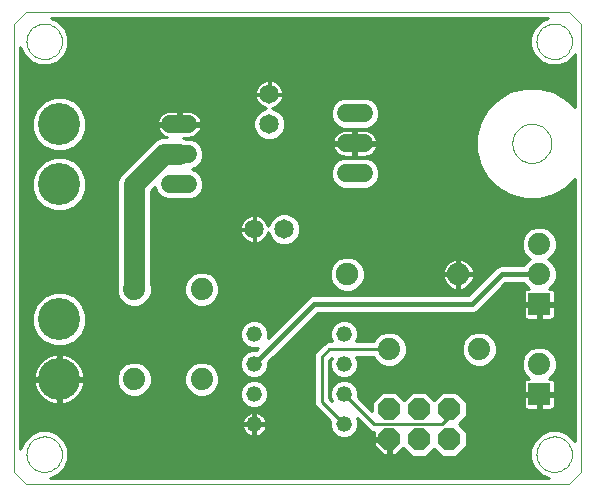
<source format=gbl>
G75*
G70*
%OFA0B0*%
%FSLAX24Y24*%
%IPPOS*%
%LPD*%
%AMOC8*
5,1,8,0,0,1.08239X$1,22.5*
%
%ADD10C,0.0000*%
%ADD11C,0.0600*%
%ADD12C,0.0520*%
%ADD13C,0.1400*%
%ADD14R,0.0740X0.0740*%
%ADD15C,0.0740*%
%ADD16C,0.0650*%
%ADD17C,0.0750*%
%ADD18OC8,0.0740*%
%ADD19C,0.0100*%
%ADD20C,0.0160*%
%ADD21C,0.0700*%
D10*
X000150Y000544D02*
X000544Y000150D01*
X018654Y000150D01*
X019048Y000544D01*
X019048Y015504D01*
X018654Y015898D01*
X000544Y015898D01*
X000150Y015504D01*
X000150Y000544D01*
X000559Y001150D02*
X000561Y001198D01*
X000567Y001246D01*
X000577Y001293D01*
X000590Y001339D01*
X000608Y001384D01*
X000628Y001428D01*
X000653Y001470D01*
X000681Y001509D01*
X000711Y001546D01*
X000745Y001580D01*
X000782Y001612D01*
X000820Y001641D01*
X000861Y001666D01*
X000904Y001688D01*
X000949Y001706D01*
X000995Y001720D01*
X001042Y001731D01*
X001090Y001738D01*
X001138Y001741D01*
X001186Y001740D01*
X001234Y001735D01*
X001282Y001726D01*
X001328Y001714D01*
X001373Y001697D01*
X001417Y001677D01*
X001459Y001654D01*
X001499Y001627D01*
X001537Y001597D01*
X001572Y001564D01*
X001604Y001528D01*
X001634Y001490D01*
X001660Y001449D01*
X001682Y001406D01*
X001702Y001362D01*
X001717Y001317D01*
X001729Y001270D01*
X001737Y001222D01*
X001741Y001174D01*
X001741Y001126D01*
X001737Y001078D01*
X001729Y001030D01*
X001717Y000983D01*
X001702Y000938D01*
X001682Y000894D01*
X001660Y000851D01*
X001634Y000810D01*
X001604Y000772D01*
X001572Y000736D01*
X001537Y000703D01*
X001499Y000673D01*
X001459Y000646D01*
X001417Y000623D01*
X001373Y000603D01*
X001328Y000586D01*
X001282Y000574D01*
X001234Y000565D01*
X001186Y000560D01*
X001138Y000559D01*
X001090Y000562D01*
X001042Y000569D01*
X000995Y000580D01*
X000949Y000594D01*
X000904Y000612D01*
X000861Y000634D01*
X000820Y000659D01*
X000782Y000688D01*
X000745Y000720D01*
X000711Y000754D01*
X000681Y000791D01*
X000653Y000830D01*
X000628Y000872D01*
X000608Y000916D01*
X000590Y000961D01*
X000577Y001007D01*
X000567Y001054D01*
X000561Y001102D01*
X000559Y001150D01*
X000559Y014912D02*
X000561Y014960D01*
X000567Y015008D01*
X000577Y015055D01*
X000590Y015101D01*
X000608Y015146D01*
X000628Y015190D01*
X000653Y015232D01*
X000681Y015271D01*
X000711Y015308D01*
X000745Y015342D01*
X000782Y015374D01*
X000820Y015403D01*
X000861Y015428D01*
X000904Y015450D01*
X000949Y015468D01*
X000995Y015482D01*
X001042Y015493D01*
X001090Y015500D01*
X001138Y015503D01*
X001186Y015502D01*
X001234Y015497D01*
X001282Y015488D01*
X001328Y015476D01*
X001373Y015459D01*
X001417Y015439D01*
X001459Y015416D01*
X001499Y015389D01*
X001537Y015359D01*
X001572Y015326D01*
X001604Y015290D01*
X001634Y015252D01*
X001660Y015211D01*
X001682Y015168D01*
X001702Y015124D01*
X001717Y015079D01*
X001729Y015032D01*
X001737Y014984D01*
X001741Y014936D01*
X001741Y014888D01*
X001737Y014840D01*
X001729Y014792D01*
X001717Y014745D01*
X001702Y014700D01*
X001682Y014656D01*
X001660Y014613D01*
X001634Y014572D01*
X001604Y014534D01*
X001572Y014498D01*
X001537Y014465D01*
X001499Y014435D01*
X001459Y014408D01*
X001417Y014385D01*
X001373Y014365D01*
X001328Y014348D01*
X001282Y014336D01*
X001234Y014327D01*
X001186Y014322D01*
X001138Y014321D01*
X001090Y014324D01*
X001042Y014331D01*
X000995Y014342D01*
X000949Y014356D01*
X000904Y014374D01*
X000861Y014396D01*
X000820Y014421D01*
X000782Y014450D01*
X000745Y014482D01*
X000711Y014516D01*
X000681Y014553D01*
X000653Y014592D01*
X000628Y014634D01*
X000608Y014678D01*
X000590Y014723D01*
X000577Y014769D01*
X000567Y014816D01*
X000561Y014864D01*
X000559Y014912D01*
X016756Y011512D02*
X016758Y011562D01*
X016764Y011612D01*
X016774Y011662D01*
X016787Y011710D01*
X016804Y011758D01*
X016825Y011804D01*
X016849Y011848D01*
X016877Y011890D01*
X016908Y011930D01*
X016942Y011967D01*
X016979Y012002D01*
X017018Y012033D01*
X017059Y012062D01*
X017103Y012087D01*
X017149Y012109D01*
X017196Y012127D01*
X017244Y012141D01*
X017293Y012152D01*
X017343Y012159D01*
X017393Y012162D01*
X017444Y012161D01*
X017494Y012156D01*
X017544Y012147D01*
X017592Y012135D01*
X017640Y012118D01*
X017686Y012098D01*
X017731Y012075D01*
X017774Y012048D01*
X017814Y012018D01*
X017852Y011985D01*
X017887Y011949D01*
X017920Y011910D01*
X017949Y011869D01*
X017975Y011826D01*
X017998Y011781D01*
X018017Y011734D01*
X018032Y011686D01*
X018044Y011637D01*
X018052Y011587D01*
X018056Y011537D01*
X018056Y011487D01*
X018052Y011437D01*
X018044Y011387D01*
X018032Y011338D01*
X018017Y011290D01*
X017998Y011243D01*
X017975Y011198D01*
X017949Y011155D01*
X017920Y011114D01*
X017887Y011075D01*
X017852Y011039D01*
X017814Y011006D01*
X017774Y010976D01*
X017731Y010949D01*
X017686Y010926D01*
X017640Y010906D01*
X017592Y010889D01*
X017544Y010877D01*
X017494Y010868D01*
X017444Y010863D01*
X017393Y010862D01*
X017343Y010865D01*
X017293Y010872D01*
X017244Y010883D01*
X017196Y010897D01*
X017149Y010915D01*
X017103Y010937D01*
X017059Y010962D01*
X017018Y010991D01*
X016979Y011022D01*
X016942Y011057D01*
X016908Y011094D01*
X016877Y011134D01*
X016849Y011176D01*
X016825Y011220D01*
X016804Y011266D01*
X016787Y011314D01*
X016774Y011362D01*
X016764Y011412D01*
X016758Y011462D01*
X016756Y011512D01*
X017559Y014912D02*
X017561Y014960D01*
X017567Y015008D01*
X017577Y015055D01*
X017590Y015101D01*
X017608Y015146D01*
X017628Y015190D01*
X017653Y015232D01*
X017681Y015271D01*
X017711Y015308D01*
X017745Y015342D01*
X017782Y015374D01*
X017820Y015403D01*
X017861Y015428D01*
X017904Y015450D01*
X017949Y015468D01*
X017995Y015482D01*
X018042Y015493D01*
X018090Y015500D01*
X018138Y015503D01*
X018186Y015502D01*
X018234Y015497D01*
X018282Y015488D01*
X018328Y015476D01*
X018373Y015459D01*
X018417Y015439D01*
X018459Y015416D01*
X018499Y015389D01*
X018537Y015359D01*
X018572Y015326D01*
X018604Y015290D01*
X018634Y015252D01*
X018660Y015211D01*
X018682Y015168D01*
X018702Y015124D01*
X018717Y015079D01*
X018729Y015032D01*
X018737Y014984D01*
X018741Y014936D01*
X018741Y014888D01*
X018737Y014840D01*
X018729Y014792D01*
X018717Y014745D01*
X018702Y014700D01*
X018682Y014656D01*
X018660Y014613D01*
X018634Y014572D01*
X018604Y014534D01*
X018572Y014498D01*
X018537Y014465D01*
X018499Y014435D01*
X018459Y014408D01*
X018417Y014385D01*
X018373Y014365D01*
X018328Y014348D01*
X018282Y014336D01*
X018234Y014327D01*
X018186Y014322D01*
X018138Y014321D01*
X018090Y014324D01*
X018042Y014331D01*
X017995Y014342D01*
X017949Y014356D01*
X017904Y014374D01*
X017861Y014396D01*
X017820Y014421D01*
X017782Y014450D01*
X017745Y014482D01*
X017711Y014516D01*
X017681Y014553D01*
X017653Y014592D01*
X017628Y014634D01*
X017608Y014678D01*
X017590Y014723D01*
X017577Y014769D01*
X017567Y014816D01*
X017561Y014864D01*
X017559Y014912D01*
X017559Y001150D02*
X017561Y001198D01*
X017567Y001246D01*
X017577Y001293D01*
X017590Y001339D01*
X017608Y001384D01*
X017628Y001428D01*
X017653Y001470D01*
X017681Y001509D01*
X017711Y001546D01*
X017745Y001580D01*
X017782Y001612D01*
X017820Y001641D01*
X017861Y001666D01*
X017904Y001688D01*
X017949Y001706D01*
X017995Y001720D01*
X018042Y001731D01*
X018090Y001738D01*
X018138Y001741D01*
X018186Y001740D01*
X018234Y001735D01*
X018282Y001726D01*
X018328Y001714D01*
X018373Y001697D01*
X018417Y001677D01*
X018459Y001654D01*
X018499Y001627D01*
X018537Y001597D01*
X018572Y001564D01*
X018604Y001528D01*
X018634Y001490D01*
X018660Y001449D01*
X018682Y001406D01*
X018702Y001362D01*
X018717Y001317D01*
X018729Y001270D01*
X018737Y001222D01*
X018741Y001174D01*
X018741Y001126D01*
X018737Y001078D01*
X018729Y001030D01*
X018717Y000983D01*
X018702Y000938D01*
X018682Y000894D01*
X018660Y000851D01*
X018634Y000810D01*
X018604Y000772D01*
X018572Y000736D01*
X018537Y000703D01*
X018499Y000673D01*
X018459Y000646D01*
X018417Y000623D01*
X018373Y000603D01*
X018328Y000586D01*
X018282Y000574D01*
X018234Y000565D01*
X018186Y000560D01*
X018138Y000559D01*
X018090Y000562D01*
X018042Y000569D01*
X017995Y000580D01*
X017949Y000594D01*
X017904Y000612D01*
X017861Y000634D01*
X017820Y000659D01*
X017782Y000688D01*
X017745Y000720D01*
X017711Y000754D01*
X017681Y000791D01*
X017653Y000830D01*
X017628Y000872D01*
X017608Y000916D01*
X017590Y000961D01*
X017577Y001007D01*
X017567Y001054D01*
X017561Y001102D01*
X017559Y001150D01*
D11*
X011806Y010512D02*
X011206Y010512D01*
X011206Y011512D02*
X011806Y011512D01*
X011806Y012512D02*
X011206Y012512D01*
X005950Y012150D02*
X005350Y012150D01*
X005350Y011150D02*
X005950Y011150D01*
X005950Y010150D02*
X005350Y010150D01*
D12*
X008150Y005150D03*
X008150Y004150D03*
X008150Y003150D03*
X008150Y002150D03*
X011150Y002150D03*
X011150Y003150D03*
X011150Y004150D03*
X011150Y005150D03*
D13*
X001650Y005650D03*
X001650Y003650D03*
X001650Y010150D03*
X001650Y012150D03*
D14*
X017650Y006150D03*
X017650Y003150D03*
D15*
X017650Y004150D03*
X015650Y004650D03*
X012650Y004650D03*
X017650Y007150D03*
X017650Y008150D03*
X006400Y006650D03*
X004150Y006650D03*
X004150Y003650D03*
X006400Y003650D03*
D16*
X008150Y008650D03*
X009150Y008650D03*
X008650Y012150D03*
X008650Y013150D03*
D17*
X011250Y007150D03*
X014950Y007150D03*
D18*
X014650Y002650D03*
X013650Y002650D03*
X013650Y001650D03*
X014650Y001650D03*
X012650Y001650D03*
X012650Y002650D03*
D19*
X012186Y003007D02*
X011661Y003007D01*
X011617Y003050D02*
X011620Y003057D01*
X011620Y003243D01*
X011548Y003416D01*
X011416Y003548D01*
X011243Y003620D01*
X011057Y003620D01*
X010884Y003548D01*
X010752Y003416D01*
X010680Y003243D01*
X010680Y003057D01*
X010729Y002939D01*
X010660Y003008D01*
X010660Y004292D01*
X010729Y004361D01*
X010680Y004243D01*
X010680Y004057D01*
X010752Y003884D01*
X010884Y003752D01*
X011057Y003680D01*
X011243Y003680D01*
X011416Y003752D01*
X011548Y003884D01*
X011620Y004057D01*
X011620Y004243D01*
X011559Y004390D01*
X012130Y004390D01*
X012158Y004321D01*
X012321Y004158D01*
X012535Y004070D01*
X012765Y004070D01*
X012979Y004158D01*
X013142Y004321D01*
X013230Y004535D01*
X013230Y004765D01*
X013142Y004979D01*
X012979Y005142D01*
X012765Y005230D01*
X012535Y005230D01*
X012321Y005142D01*
X012158Y004979D01*
X012130Y004910D01*
X011559Y004910D01*
X011620Y005057D01*
X011620Y005243D01*
X011548Y005416D01*
X011416Y005548D01*
X011243Y005620D01*
X011057Y005620D01*
X010884Y005548D01*
X010752Y005416D01*
X010680Y005243D01*
X010680Y005057D01*
X010741Y004910D01*
X010598Y004910D01*
X010503Y004870D01*
X010180Y004547D01*
X010140Y004452D01*
X010140Y002848D01*
X010180Y002753D01*
X010253Y002680D01*
X010683Y002250D01*
X010680Y002243D01*
X010680Y002057D01*
X010752Y001884D01*
X010884Y001752D01*
X011057Y001680D01*
X011243Y001680D01*
X011416Y001752D01*
X011548Y001884D01*
X011620Y002057D01*
X011620Y002243D01*
X011571Y002361D01*
X011930Y002003D01*
X012003Y001930D01*
X012098Y001890D01*
X012155Y001890D01*
X012130Y001865D01*
X012130Y001700D01*
X012600Y001700D01*
X012600Y001600D01*
X012700Y001600D01*
X012700Y001130D01*
X012865Y001130D01*
X013108Y001372D01*
X013410Y001070D01*
X013890Y001070D01*
X014150Y001330D01*
X014410Y001070D01*
X014890Y001070D01*
X015230Y001410D01*
X015230Y001890D01*
X014970Y002150D01*
X015230Y002410D01*
X015230Y002890D01*
X014890Y003230D01*
X014410Y003230D01*
X014150Y002970D01*
X013890Y003230D01*
X013410Y003230D01*
X013150Y002970D01*
X012890Y003230D01*
X012410Y003230D01*
X012070Y002890D01*
X012070Y002598D01*
X011617Y003050D01*
X011620Y003105D02*
X012285Y003105D01*
X012383Y003204D02*
X011620Y003204D01*
X011596Y003302D02*
X017130Y003302D01*
X017130Y003204D02*
X014917Y003204D01*
X015015Y003105D02*
X017600Y003105D01*
X017600Y003100D02*
X017130Y003100D01*
X017130Y002760D01*
X017140Y002722D01*
X017160Y002688D01*
X017188Y002660D01*
X017222Y002640D01*
X017260Y002630D01*
X017600Y002630D01*
X017600Y003100D01*
X017700Y003100D01*
X017700Y003200D01*
X018170Y003200D01*
X018170Y003540D01*
X018160Y003578D01*
X018140Y003612D01*
X018112Y003640D01*
X018078Y003660D01*
X018040Y003670D01*
X017990Y003670D01*
X018142Y003821D01*
X018230Y004035D01*
X018230Y004265D01*
X018142Y004479D01*
X017979Y004642D01*
X017765Y004730D01*
X017535Y004730D01*
X017321Y004642D01*
X017158Y004479D01*
X017070Y004265D01*
X017070Y004035D01*
X017158Y003821D01*
X017310Y003670D01*
X017260Y003670D01*
X017222Y003660D01*
X017188Y003640D01*
X017160Y003612D01*
X017140Y003578D01*
X017130Y003540D01*
X017130Y003200D01*
X017600Y003200D01*
X017600Y003100D01*
X017600Y003007D02*
X017700Y003007D01*
X017700Y003100D02*
X017700Y002630D01*
X018040Y002630D01*
X018078Y002640D01*
X018112Y002660D01*
X018140Y002688D01*
X018160Y002722D01*
X018170Y002760D01*
X018170Y003100D01*
X017700Y003100D01*
X017700Y003105D02*
X018838Y003105D01*
X018838Y003007D02*
X018170Y003007D01*
X018170Y002908D02*
X018838Y002908D01*
X018838Y002810D02*
X018170Y002810D01*
X018153Y002711D02*
X018838Y002711D01*
X018838Y002613D02*
X015230Y002613D01*
X015230Y002711D02*
X017147Y002711D01*
X017130Y002810D02*
X015230Y002810D01*
X015212Y002908D02*
X017130Y002908D01*
X017130Y003007D02*
X015114Y003007D01*
X014650Y002650D02*
X014650Y002400D01*
X014400Y002150D01*
X012150Y002150D01*
X011150Y003150D01*
X011466Y003499D02*
X017130Y003499D01*
X017130Y003401D02*
X011555Y003401D01*
X011298Y003598D02*
X017152Y003598D01*
X017284Y003696D02*
X011282Y003696D01*
X011459Y003795D02*
X017185Y003795D01*
X017129Y003893D02*
X011552Y003893D01*
X011593Y003992D02*
X017088Y003992D01*
X017070Y004090D02*
X015814Y004090D01*
X015765Y004070D02*
X015979Y004158D01*
X016142Y004321D01*
X016230Y004535D01*
X016230Y004765D01*
X016142Y004979D01*
X015979Y005142D01*
X015765Y005230D01*
X015535Y005230D01*
X015321Y005142D01*
X015158Y004979D01*
X015070Y004765D01*
X015070Y004535D01*
X015158Y004321D01*
X015321Y004158D01*
X015535Y004070D01*
X015765Y004070D01*
X016009Y004189D02*
X017070Y004189D01*
X017079Y004287D02*
X016107Y004287D01*
X016168Y004386D02*
X017120Y004386D01*
X017164Y004484D02*
X016209Y004484D01*
X016230Y004583D02*
X017262Y004583D01*
X017416Y004681D02*
X016230Y004681D01*
X016224Y004780D02*
X018838Y004780D01*
X018838Y004878D02*
X016183Y004878D01*
X016143Y004977D02*
X018838Y004977D01*
X018838Y005075D02*
X016045Y005075D01*
X015902Y005174D02*
X018838Y005174D01*
X018838Y005272D02*
X011608Y005272D01*
X011620Y005174D02*
X012398Y005174D01*
X012255Y005075D02*
X011620Y005075D01*
X011587Y004977D02*
X012157Y004977D01*
X012650Y004650D02*
X010650Y004650D01*
X010400Y004400D01*
X010400Y002900D01*
X011150Y002150D01*
X011489Y001825D02*
X012130Y001825D01*
X012130Y001726D02*
X011355Y001726D01*
X011565Y001923D02*
X012019Y001923D01*
X011911Y002022D02*
X011605Y002022D01*
X011620Y002120D02*
X011812Y002120D01*
X011714Y002219D02*
X011620Y002219D01*
X011615Y002317D02*
X011590Y002317D01*
X011957Y002711D02*
X012070Y002711D01*
X012070Y002613D02*
X012055Y002613D01*
X012070Y002810D02*
X011858Y002810D01*
X011760Y002908D02*
X012088Y002908D01*
X012917Y003204D02*
X013383Y003204D01*
X013285Y003105D02*
X013015Y003105D01*
X013114Y003007D02*
X013186Y003007D01*
X013917Y003204D02*
X014383Y003204D01*
X014285Y003105D02*
X014015Y003105D01*
X014114Y003007D02*
X014186Y003007D01*
X015039Y002219D02*
X018838Y002219D01*
X018838Y002317D02*
X015137Y002317D01*
X015230Y002416D02*
X018838Y002416D01*
X018838Y002514D02*
X015230Y002514D01*
X015000Y002120D02*
X018838Y002120D01*
X018838Y002022D02*
X015099Y002022D01*
X015197Y001923D02*
X017924Y001923D01*
X017991Y001951D02*
X017697Y001829D01*
X017471Y001603D01*
X017349Y001309D01*
X017349Y000991D01*
X017471Y000697D01*
X017697Y000471D01*
X017965Y000360D01*
X001335Y000360D01*
X001603Y000471D01*
X001829Y000697D01*
X001951Y000991D01*
X001951Y001309D01*
X001829Y001603D01*
X001603Y001829D01*
X001309Y001951D01*
X000991Y001951D01*
X000697Y001829D01*
X000471Y001603D01*
X000360Y001335D01*
X000360Y014727D01*
X000471Y014458D01*
X000697Y014233D01*
X000991Y014111D01*
X001309Y014111D01*
X001603Y014233D01*
X001829Y014458D01*
X001951Y014753D01*
X001951Y015071D01*
X001829Y015365D01*
X001603Y015590D01*
X001368Y015688D01*
X017932Y015688D01*
X017697Y015590D01*
X017471Y015365D01*
X017349Y015071D01*
X017349Y014753D01*
X017471Y014458D01*
X017697Y014233D01*
X017991Y014111D01*
X018309Y014111D01*
X018603Y014233D01*
X018829Y014458D01*
X018838Y014480D01*
X018838Y012711D01*
X018548Y013001D01*
X018124Y013245D01*
X017651Y013372D01*
X017161Y013372D01*
X016688Y013245D01*
X016264Y013001D01*
X015918Y012654D01*
X015673Y012230D01*
X015546Y011757D01*
X015546Y011267D01*
X015673Y010794D01*
X015918Y010370D01*
X016264Y010024D01*
X016688Y009779D01*
X017161Y009652D01*
X017651Y009652D01*
X018124Y009779D01*
X018548Y010024D01*
X018838Y010313D01*
X018838Y001582D01*
X018829Y001603D01*
X018603Y001829D01*
X018309Y001951D01*
X017991Y001951D01*
X017692Y001825D02*
X015230Y001825D01*
X015230Y001726D02*
X017594Y001726D01*
X017495Y001628D02*
X015230Y001628D01*
X015230Y001529D02*
X017440Y001529D01*
X017400Y001431D02*
X015230Y001431D01*
X015152Y001332D02*
X017359Y001332D01*
X017349Y001234D02*
X015054Y001234D01*
X014955Y001135D02*
X017349Y001135D01*
X017349Y001037D02*
X001951Y001037D01*
X001951Y001135D02*
X012430Y001135D01*
X012435Y001130D02*
X012600Y001130D01*
X012600Y001600D01*
X012130Y001600D01*
X012130Y001435D01*
X012435Y001130D01*
X012331Y001234D02*
X001951Y001234D01*
X001941Y001332D02*
X012233Y001332D01*
X012134Y001431D02*
X001900Y001431D01*
X001860Y001529D02*
X012130Y001529D01*
X012600Y001529D02*
X012700Y001529D01*
X012700Y001431D02*
X012600Y001431D01*
X012600Y001332D02*
X012700Y001332D01*
X012700Y001234D02*
X012600Y001234D01*
X012600Y001135D02*
X012700Y001135D01*
X012870Y001135D02*
X013345Y001135D01*
X013246Y001234D02*
X012969Y001234D01*
X013067Y001332D02*
X013148Y001332D01*
X012600Y001628D02*
X001805Y001628D01*
X001706Y001726D02*
X010945Y001726D01*
X010811Y001825D02*
X008400Y001825D01*
X008417Y001837D02*
X008463Y001883D01*
X008501Y001935D01*
X008530Y001993D01*
X008550Y002054D01*
X008560Y002118D01*
X008560Y002120D01*
X008180Y002120D01*
X008180Y002180D01*
X008560Y002180D01*
X008560Y002182D01*
X008550Y002246D01*
X008530Y002307D01*
X008501Y002365D01*
X008463Y002417D01*
X008417Y002463D01*
X008365Y002501D01*
X008307Y002530D01*
X008246Y002550D01*
X008182Y002560D01*
X008180Y002560D01*
X008180Y002180D01*
X008120Y002180D01*
X008120Y002560D01*
X008118Y002560D01*
X008054Y002550D01*
X007993Y002530D01*
X007935Y002501D01*
X007883Y002463D01*
X007837Y002417D01*
X007799Y002365D01*
X007770Y002307D01*
X007750Y002246D01*
X007740Y002182D01*
X007740Y002180D01*
X008120Y002180D01*
X008120Y002120D01*
X008180Y002120D01*
X010680Y002120D01*
X010680Y002219D02*
X008554Y002219D01*
X008525Y002317D02*
X010615Y002317D01*
X010517Y002416D02*
X008464Y002416D01*
X008339Y002514D02*
X010418Y002514D01*
X010320Y002613D02*
X000360Y002613D01*
X000360Y002711D02*
X007982Y002711D01*
X008057Y002680D02*
X008243Y002680D01*
X008416Y002752D01*
X008548Y002884D01*
X008620Y003057D01*
X008620Y003243D01*
X008548Y003416D01*
X008416Y003548D01*
X008243Y003620D01*
X008057Y003620D01*
X007884Y003548D01*
X007752Y003416D01*
X007680Y003243D01*
X007680Y003057D01*
X007752Y002884D01*
X007884Y002752D01*
X008057Y002680D01*
X008120Y002514D02*
X008180Y002514D01*
X008180Y002416D02*
X008120Y002416D01*
X008120Y002317D02*
X008180Y002317D01*
X008180Y002219D02*
X008120Y002219D01*
X008120Y002120D02*
X000360Y002120D01*
X000360Y002022D02*
X007761Y002022D01*
X007770Y001993D02*
X007799Y001935D01*
X007837Y001883D01*
X007883Y001837D01*
X007935Y001799D01*
X007993Y001770D01*
X008054Y001750D01*
X008118Y001740D01*
X008120Y001740D01*
X008120Y002120D01*
X007740Y002120D01*
X007740Y002118D01*
X007750Y002054D01*
X007770Y001993D01*
X007808Y001923D02*
X001376Y001923D01*
X001608Y001825D02*
X007900Y001825D01*
X008120Y001825D02*
X008180Y001825D01*
X008180Y001740D02*
X008182Y001740D01*
X008246Y001750D01*
X008307Y001770D01*
X008365Y001799D01*
X008417Y001837D01*
X008492Y001923D02*
X010735Y001923D01*
X010694Y002022D02*
X008539Y002022D01*
X008180Y002022D02*
X008120Y002022D01*
X008120Y001923D02*
X008180Y001923D01*
X008180Y001740D02*
X008180Y002120D01*
X007746Y002219D02*
X000360Y002219D01*
X000360Y002317D02*
X007775Y002317D01*
X007836Y002416D02*
X000360Y002416D01*
X000360Y002514D02*
X007961Y002514D01*
X007826Y002810D02*
X001778Y002810D01*
X001816Y002815D02*
X001924Y002843D01*
X002027Y002886D01*
X002123Y002942D01*
X002212Y003010D01*
X002290Y003088D01*
X002358Y003177D01*
X002414Y003273D01*
X002457Y003376D01*
X002485Y003484D01*
X002500Y003594D01*
X002500Y003600D01*
X001700Y003600D01*
X001700Y003700D01*
X001600Y003700D01*
X001600Y004500D01*
X001594Y004500D01*
X001484Y004485D01*
X001376Y004457D01*
X001273Y004414D01*
X001177Y004358D01*
X001088Y004290D01*
X001010Y004212D01*
X000942Y004123D01*
X000886Y004027D01*
X000843Y003924D01*
X000815Y003816D01*
X000800Y003706D01*
X000800Y003700D01*
X001600Y003700D01*
X001600Y003600D01*
X000800Y003600D01*
X000800Y003594D01*
X000815Y003484D01*
X000843Y003376D01*
X000886Y003273D01*
X000942Y003177D01*
X001010Y003088D01*
X001088Y003010D01*
X001177Y002942D01*
X001273Y002886D01*
X001376Y002843D01*
X001484Y002815D01*
X001594Y002800D01*
X001600Y002800D01*
X001600Y003600D01*
X001700Y003600D01*
X001700Y002800D01*
X001706Y002800D01*
X001816Y002815D01*
X001700Y002810D02*
X001600Y002810D01*
X001522Y002810D02*
X000360Y002810D01*
X000360Y002908D02*
X001235Y002908D01*
X001092Y003007D02*
X000360Y003007D01*
X000360Y003105D02*
X000997Y003105D01*
X000926Y003204D02*
X000360Y003204D01*
X000360Y003302D02*
X000874Y003302D01*
X000837Y003401D02*
X000360Y003401D01*
X000360Y003499D02*
X000813Y003499D01*
X000800Y003598D02*
X000360Y003598D01*
X000360Y003696D02*
X001600Y003696D01*
X001600Y003598D02*
X001700Y003598D01*
X001700Y003696D02*
X003570Y003696D01*
X003570Y003765D02*
X003570Y003535D01*
X003658Y003321D01*
X003821Y003158D01*
X004035Y003070D01*
X004265Y003070D01*
X004479Y003158D01*
X004642Y003321D01*
X004730Y003535D01*
X004730Y003765D01*
X004642Y003979D01*
X004479Y004142D01*
X004265Y004230D01*
X004035Y004230D01*
X003821Y004142D01*
X003658Y003979D01*
X003570Y003765D01*
X003582Y003795D02*
X002488Y003795D01*
X002485Y003816D02*
X002457Y003924D01*
X002414Y004027D01*
X002358Y004123D01*
X002290Y004212D01*
X002212Y004290D01*
X002123Y004358D01*
X002027Y004414D01*
X001924Y004457D01*
X001816Y004485D01*
X001706Y004500D01*
X001700Y004500D01*
X001700Y003700D01*
X002500Y003700D01*
X002500Y003706D01*
X002485Y003816D01*
X002465Y003893D02*
X003623Y003893D01*
X003671Y003992D02*
X002429Y003992D01*
X002377Y004090D02*
X003770Y004090D01*
X003934Y004189D02*
X002308Y004189D01*
X002215Y004287D02*
X007698Y004287D01*
X007680Y004243D02*
X007680Y004057D01*
X007752Y003884D01*
X007884Y003752D01*
X008057Y003680D01*
X008243Y003680D01*
X008416Y003752D01*
X008548Y003884D01*
X008620Y004057D01*
X008620Y004210D01*
X010270Y005860D01*
X015458Y005860D01*
X015564Y005904D01*
X016520Y006860D01*
X017142Y006860D01*
X017158Y006821D01*
X017310Y006670D01*
X017260Y006670D01*
X017222Y006660D01*
X017188Y006640D01*
X017160Y006612D01*
X017140Y006578D01*
X017130Y006540D01*
X017130Y006200D01*
X017600Y006200D01*
X017600Y006100D01*
X017700Y006100D01*
X017700Y006200D01*
X018170Y006200D01*
X018170Y006540D01*
X018160Y006578D01*
X018140Y006612D01*
X018112Y006640D01*
X018078Y006660D01*
X018040Y006670D01*
X017990Y006670D01*
X018142Y006821D01*
X018230Y007035D01*
X018230Y007265D01*
X018142Y007479D01*
X017979Y007642D01*
X017959Y007650D01*
X017979Y007658D01*
X018142Y007821D01*
X018230Y008035D01*
X018230Y008265D01*
X018142Y008479D01*
X017979Y008642D01*
X017765Y008730D01*
X017535Y008730D01*
X017321Y008642D01*
X017158Y008479D01*
X017070Y008265D01*
X017070Y008035D01*
X017158Y007821D01*
X017321Y007658D01*
X017341Y007650D01*
X017321Y007642D01*
X017158Y007479D01*
X017142Y007440D01*
X016342Y007440D01*
X016236Y007396D01*
X016154Y007314D01*
X015280Y006440D01*
X010092Y006440D01*
X009986Y006396D01*
X009904Y006314D01*
X008601Y005011D01*
X008620Y005057D01*
X008620Y005243D01*
X008548Y005416D01*
X008416Y005548D01*
X008243Y005620D01*
X008057Y005620D01*
X007884Y005548D01*
X007752Y005416D01*
X007680Y005243D01*
X007680Y005057D01*
X007752Y004884D01*
X007884Y004752D01*
X008057Y004680D01*
X008243Y004680D01*
X008289Y004699D01*
X008210Y004620D01*
X008057Y004620D01*
X007884Y004548D01*
X007752Y004416D01*
X007680Y004243D01*
X007680Y004189D02*
X006616Y004189D01*
X006515Y004230D02*
X006729Y004142D01*
X006892Y003979D01*
X006980Y003765D01*
X006980Y003535D01*
X006892Y003321D01*
X006729Y003158D01*
X006515Y003070D01*
X006285Y003070D01*
X006071Y003158D01*
X005908Y003321D01*
X005820Y003535D01*
X005820Y003765D01*
X005908Y003979D01*
X006071Y004142D01*
X006285Y004230D01*
X006515Y004230D01*
X006184Y004189D02*
X004366Y004189D01*
X004530Y004090D02*
X006020Y004090D01*
X005921Y003992D02*
X004629Y003992D01*
X004677Y003893D02*
X005873Y003893D01*
X005832Y003795D02*
X004718Y003795D01*
X004730Y003696D02*
X005820Y003696D01*
X005820Y003598D02*
X004730Y003598D01*
X004715Y003499D02*
X005835Y003499D01*
X005876Y003401D02*
X004674Y003401D01*
X004622Y003302D02*
X005928Y003302D01*
X006026Y003204D02*
X004524Y003204D01*
X004350Y003105D02*
X006200Y003105D01*
X006600Y003105D02*
X007680Y003105D01*
X007680Y003204D02*
X006774Y003204D01*
X006872Y003302D02*
X007704Y003302D01*
X007745Y003401D02*
X006924Y003401D01*
X006965Y003499D02*
X007834Y003499D01*
X008002Y003598D02*
X006980Y003598D01*
X006980Y003696D02*
X008018Y003696D01*
X007841Y003795D02*
X006968Y003795D01*
X006927Y003893D02*
X007748Y003893D01*
X007707Y003992D02*
X006879Y003992D01*
X006780Y004090D02*
X007680Y004090D01*
X007739Y004386D02*
X002076Y004386D01*
X001822Y004484D02*
X007819Y004484D01*
X007966Y004583D02*
X000360Y004583D01*
X000360Y004681D02*
X008054Y004681D01*
X008246Y004681D02*
X008271Y004681D01*
X008620Y005075D02*
X008665Y005075D01*
X008620Y005174D02*
X008763Y005174D01*
X008862Y005272D02*
X008608Y005272D01*
X008567Y005371D02*
X008960Y005371D01*
X009059Y005469D02*
X008496Y005469D01*
X008370Y005568D02*
X009157Y005568D01*
X009256Y005666D02*
X002560Y005666D01*
X002560Y005568D02*
X007930Y005568D01*
X007804Y005469D02*
X002560Y005469D01*
X002421Y005135D01*
X002165Y004879D01*
X001831Y004740D01*
X001469Y004740D01*
X001135Y004879D01*
X000879Y005135D01*
X000740Y005469D01*
X000740Y005831D01*
X000879Y006165D01*
X001135Y006421D01*
X001469Y006560D01*
X001831Y006560D01*
X002165Y006421D01*
X002421Y006165D01*
X002560Y005831D01*
X002560Y005469D01*
X002519Y005371D02*
X007733Y005371D01*
X007692Y005272D02*
X002478Y005272D01*
X002438Y005174D02*
X007680Y005174D01*
X007680Y005075D02*
X002362Y005075D01*
X002263Y004977D02*
X007713Y004977D01*
X007757Y004878D02*
X002164Y004878D01*
X001926Y004780D02*
X007856Y004780D01*
X008620Y004189D02*
X010140Y004189D01*
X010140Y004287D02*
X008697Y004287D01*
X008796Y004386D02*
X010140Y004386D01*
X010153Y004484D02*
X008894Y004484D01*
X008993Y004583D02*
X010215Y004583D01*
X010313Y004681D02*
X009091Y004681D01*
X009190Y004780D02*
X010412Y004780D01*
X010521Y004878D02*
X009288Y004878D01*
X009387Y004977D02*
X010713Y004977D01*
X010680Y005075D02*
X009485Y005075D01*
X009584Y005174D02*
X010680Y005174D01*
X010692Y005272D02*
X009682Y005272D01*
X009781Y005371D02*
X010733Y005371D01*
X010804Y005469D02*
X009879Y005469D01*
X009978Y005568D02*
X010930Y005568D01*
X011370Y005568D02*
X018838Y005568D01*
X018838Y005666D02*
X018118Y005666D01*
X018112Y005660D02*
X018140Y005688D01*
X018160Y005722D01*
X018170Y005760D01*
X018170Y006100D01*
X017700Y006100D01*
X017700Y005630D01*
X018040Y005630D01*
X018078Y005640D01*
X018112Y005660D01*
X018170Y005765D02*
X018838Y005765D01*
X018838Y005863D02*
X018170Y005863D01*
X018170Y005962D02*
X018838Y005962D01*
X018838Y006060D02*
X018170Y006060D01*
X018170Y006257D02*
X018838Y006257D01*
X018838Y006159D02*
X017700Y006159D01*
X017700Y006060D02*
X017600Y006060D01*
X017600Y006100D02*
X017600Y005630D01*
X017260Y005630D01*
X017222Y005640D01*
X017188Y005660D01*
X017160Y005688D01*
X017140Y005722D01*
X017130Y005760D01*
X017130Y006100D01*
X017600Y006100D01*
X017600Y006159D02*
X015819Y006159D01*
X015917Y006257D02*
X017130Y006257D01*
X017130Y006356D02*
X016016Y006356D01*
X016114Y006454D02*
X017130Y006454D01*
X017133Y006553D02*
X016213Y006553D01*
X016311Y006651D02*
X017207Y006651D01*
X017230Y006750D02*
X016410Y006750D01*
X016508Y006848D02*
X017147Y006848D01*
X017217Y007538D02*
X015305Y007538D01*
X015292Y007550D02*
X015350Y007492D01*
X015399Y007425D01*
X015437Y007352D01*
X015462Y007273D01*
X015475Y007191D01*
X015475Y007189D01*
X014989Y007189D01*
X014989Y007111D01*
X015475Y007111D01*
X015475Y007109D01*
X015462Y007027D01*
X015437Y006948D01*
X015399Y006875D01*
X015350Y006808D01*
X015292Y006750D01*
X015225Y006701D01*
X015152Y006663D01*
X015073Y006638D01*
X014991Y006625D01*
X014989Y006625D01*
X014989Y007111D01*
X014911Y007111D01*
X014911Y006625D01*
X014909Y006625D01*
X014827Y006638D01*
X014748Y006663D01*
X014675Y006701D01*
X014608Y006750D01*
X014550Y006808D01*
X014501Y006875D01*
X014463Y006948D01*
X014438Y007027D01*
X014425Y007109D01*
X014425Y007111D01*
X014911Y007111D01*
X014911Y007189D01*
X014911Y007675D01*
X014909Y007675D01*
X014827Y007662D01*
X014748Y007637D01*
X014675Y007599D01*
X014608Y007550D01*
X014550Y007492D01*
X014501Y007425D01*
X014463Y007352D01*
X014438Y007273D01*
X014425Y007191D01*
X014425Y007189D01*
X014911Y007189D01*
X014989Y007189D01*
X014989Y007675D01*
X014991Y007675D01*
X015073Y007662D01*
X015152Y007637D01*
X015225Y007599D01*
X015292Y007550D01*
X015389Y007439D02*
X016340Y007439D01*
X016180Y007341D02*
X015440Y007341D01*
X015467Y007242D02*
X016082Y007242D01*
X015983Y007144D02*
X014989Y007144D01*
X014911Y007144D02*
X011835Y007144D01*
X011835Y007242D02*
X014433Y007242D01*
X014460Y007341D02*
X011804Y007341D01*
X011835Y007266D02*
X011746Y007481D01*
X011581Y007646D01*
X011366Y007735D01*
X011134Y007735D01*
X010919Y007646D01*
X010754Y007481D01*
X010665Y007266D01*
X010665Y007034D01*
X010754Y006819D01*
X010919Y006654D01*
X011134Y006565D01*
X011366Y006565D01*
X011581Y006654D01*
X011746Y006819D01*
X011835Y007034D01*
X011835Y007266D01*
X011763Y007439D02*
X014511Y007439D01*
X014595Y007538D02*
X011690Y007538D01*
X011591Y007636D02*
X014747Y007636D01*
X014911Y007636D02*
X014989Y007636D01*
X014989Y007538D02*
X014911Y007538D01*
X014911Y007439D02*
X014989Y007439D01*
X014989Y007341D02*
X014911Y007341D01*
X014911Y007242D02*
X014989Y007242D01*
X014989Y007045D02*
X014911Y007045D01*
X014911Y006947D02*
X014989Y006947D01*
X014989Y006848D02*
X014911Y006848D01*
X014911Y006750D02*
X014989Y006750D01*
X014989Y006651D02*
X014911Y006651D01*
X014787Y006651D02*
X011574Y006651D01*
X011677Y006750D02*
X014608Y006750D01*
X014520Y006848D02*
X011758Y006848D01*
X011799Y006947D02*
X014464Y006947D01*
X014435Y007045D02*
X011835Y007045D01*
X011368Y007735D02*
X017245Y007735D01*
X017316Y007636D02*
X015153Y007636D01*
X015465Y007045D02*
X015885Y007045D01*
X015786Y006947D02*
X015436Y006947D01*
X015380Y006848D02*
X015688Y006848D01*
X015589Y006750D02*
X015292Y006750D01*
X015113Y006651D02*
X015491Y006651D01*
X015392Y006553D02*
X006980Y006553D01*
X006980Y006535D02*
X006892Y006321D01*
X006729Y006158D01*
X006515Y006070D01*
X006285Y006070D01*
X006071Y006158D01*
X005908Y006321D01*
X005820Y006535D01*
X005820Y006765D01*
X005908Y006979D01*
X006071Y007142D01*
X006285Y007230D01*
X006515Y007230D01*
X006729Y007142D01*
X006892Y006979D01*
X006980Y006765D01*
X006980Y006535D01*
X006947Y006454D02*
X015294Y006454D01*
X015720Y006060D02*
X017130Y006060D01*
X017130Y005962D02*
X015622Y005962D01*
X015465Y005863D02*
X017130Y005863D01*
X017130Y005765D02*
X010175Y005765D01*
X010076Y005666D02*
X017182Y005666D01*
X017600Y005666D02*
X017700Y005666D01*
X017700Y005765D02*
X017600Y005765D01*
X017600Y005863D02*
X017700Y005863D01*
X017700Y005962D02*
X017600Y005962D01*
X018170Y006356D02*
X018838Y006356D01*
X018838Y006454D02*
X018170Y006454D01*
X018167Y006553D02*
X018838Y006553D01*
X018838Y006651D02*
X018093Y006651D01*
X018070Y006750D02*
X018838Y006750D01*
X018838Y006848D02*
X018153Y006848D01*
X018194Y006947D02*
X018838Y006947D01*
X018838Y007045D02*
X018230Y007045D01*
X018230Y007144D02*
X018838Y007144D01*
X018838Y007242D02*
X018230Y007242D01*
X018199Y007341D02*
X018838Y007341D01*
X018838Y007439D02*
X018158Y007439D01*
X018083Y007538D02*
X018838Y007538D01*
X018838Y007636D02*
X017984Y007636D01*
X018055Y007735D02*
X018838Y007735D01*
X018838Y007833D02*
X018146Y007833D01*
X018187Y007932D02*
X018838Y007932D01*
X018838Y008030D02*
X018228Y008030D01*
X018230Y008129D02*
X018838Y008129D01*
X018838Y008227D02*
X018230Y008227D01*
X018205Y008326D02*
X018838Y008326D01*
X018838Y008424D02*
X018164Y008424D01*
X018098Y008523D02*
X018838Y008523D01*
X018838Y008621D02*
X017999Y008621D01*
X017791Y008720D02*
X018838Y008720D01*
X018838Y008818D02*
X009659Y008818D01*
X009685Y008756D02*
X009604Y008953D01*
X009453Y009104D01*
X009256Y009185D01*
X009044Y009185D01*
X008847Y009104D01*
X008696Y008953D01*
X008615Y008756D01*
X008615Y008751D01*
X008613Y008761D01*
X008590Y008832D01*
X008556Y008899D01*
X008512Y008959D01*
X008459Y009012D01*
X008399Y009056D01*
X008332Y009090D01*
X008261Y009113D01*
X008187Y009125D01*
X008169Y009125D01*
X008169Y008669D01*
X008131Y008669D01*
X008131Y009125D01*
X008113Y009125D01*
X008039Y009113D01*
X007968Y009090D01*
X007901Y009056D01*
X007841Y009012D01*
X007788Y008959D01*
X007744Y008899D01*
X007710Y008832D01*
X007687Y008761D01*
X007675Y008687D01*
X007675Y008669D01*
X008131Y008669D01*
X008131Y008631D01*
X008169Y008631D01*
X008169Y008175D01*
X008187Y008175D01*
X008261Y008187D01*
X008332Y008210D01*
X008399Y008244D01*
X008459Y008288D01*
X008512Y008341D01*
X008556Y008401D01*
X008590Y008468D01*
X008613Y008539D01*
X008615Y008549D01*
X008615Y008544D01*
X008696Y008347D01*
X008847Y008196D01*
X009044Y008115D01*
X009256Y008115D01*
X009453Y008196D01*
X009604Y008347D01*
X009685Y008544D01*
X009685Y008756D01*
X009685Y008720D02*
X017509Y008720D01*
X017301Y008621D02*
X009685Y008621D01*
X009676Y008523D02*
X017202Y008523D01*
X017136Y008424D02*
X009635Y008424D01*
X009582Y008326D02*
X017095Y008326D01*
X017070Y008227D02*
X009484Y008227D01*
X009289Y008129D02*
X017070Y008129D01*
X017072Y008030D02*
X004710Y008030D01*
X004710Y007932D02*
X017113Y007932D01*
X017154Y007833D02*
X004710Y007833D01*
X004710Y007735D02*
X011132Y007735D01*
X010909Y007636D02*
X004710Y007636D01*
X004710Y007538D02*
X010810Y007538D01*
X010737Y007439D02*
X004710Y007439D01*
X004710Y007341D02*
X010696Y007341D01*
X010665Y007242D02*
X004710Y007242D01*
X004710Y007144D02*
X006076Y007144D01*
X005975Y007045D02*
X004710Y007045D01*
X004710Y006947D02*
X005895Y006947D01*
X005854Y006848D02*
X004710Y006848D01*
X004710Y006814D02*
X004710Y009918D01*
X004840Y010048D01*
X004918Y009861D01*
X005061Y009718D01*
X005249Y009640D01*
X006051Y009640D01*
X006239Y009718D01*
X006382Y009861D01*
X006460Y010049D01*
X006460Y010251D01*
X006382Y010439D01*
X006239Y010582D01*
X006076Y010650D01*
X006239Y010718D01*
X006382Y010861D01*
X006460Y011049D01*
X006460Y011251D01*
X006382Y011439D01*
X006239Y011582D01*
X006051Y011660D01*
X005882Y011660D01*
X005786Y011700D01*
X005985Y011700D01*
X006055Y011711D01*
X006123Y011733D01*
X006186Y011765D01*
X006243Y011807D01*
X006293Y011857D01*
X006335Y011914D01*
X006367Y011977D01*
X006389Y012045D01*
X006398Y012100D01*
X005700Y012100D01*
X005700Y012200D01*
X005600Y012200D01*
X005600Y012600D01*
X005315Y012600D01*
X005245Y012589D01*
X005177Y012567D01*
X005114Y012535D01*
X005057Y012493D01*
X005007Y012443D01*
X004965Y012386D01*
X004933Y012323D01*
X004911Y012255D01*
X004902Y012200D01*
X005600Y012200D01*
X005600Y012100D01*
X004902Y012100D01*
X004911Y012045D01*
X004933Y011977D01*
X004965Y011914D01*
X005007Y011857D01*
X005057Y011807D01*
X005114Y011765D01*
X005177Y011733D01*
X005245Y011711D01*
X005251Y011710D01*
X005039Y011710D01*
X004833Y011625D01*
X004675Y011467D01*
X003675Y010467D01*
X003590Y010261D01*
X003590Y006814D01*
X003570Y006765D01*
X003570Y006535D01*
X003658Y006321D01*
X003821Y006158D01*
X004035Y006070D01*
X004265Y006070D01*
X004479Y006158D01*
X004642Y006321D01*
X004730Y006535D01*
X004730Y006765D01*
X004710Y006814D01*
X004730Y006750D02*
X005820Y006750D01*
X005820Y006651D02*
X004730Y006651D01*
X004730Y006553D02*
X005820Y006553D01*
X005853Y006454D02*
X004697Y006454D01*
X004656Y006356D02*
X005894Y006356D01*
X005973Y006257D02*
X004577Y006257D01*
X004479Y006159D02*
X006071Y006159D01*
X006729Y006159D02*
X009748Y006159D01*
X009847Y006257D02*
X006827Y006257D01*
X006906Y006356D02*
X009945Y006356D01*
X009650Y006060D02*
X002465Y006060D01*
X002424Y006159D02*
X003821Y006159D01*
X003723Y006257D02*
X002330Y006257D01*
X002231Y006356D02*
X003644Y006356D01*
X003603Y006454D02*
X002087Y006454D01*
X001849Y006553D02*
X003570Y006553D01*
X003570Y006651D02*
X000360Y006651D01*
X000360Y006553D02*
X001451Y006553D01*
X001213Y006454D02*
X000360Y006454D01*
X000360Y006356D02*
X001069Y006356D01*
X000970Y006257D02*
X000360Y006257D01*
X000360Y006159D02*
X000876Y006159D01*
X000835Y006060D02*
X000360Y006060D01*
X000360Y005962D02*
X000794Y005962D01*
X000753Y005863D02*
X000360Y005863D01*
X000360Y005765D02*
X000740Y005765D01*
X000740Y005666D02*
X000360Y005666D01*
X000360Y005568D02*
X000740Y005568D01*
X000740Y005469D02*
X000360Y005469D01*
X000360Y005371D02*
X000781Y005371D01*
X000822Y005272D02*
X000360Y005272D01*
X000360Y005174D02*
X000862Y005174D01*
X000938Y005075D02*
X000360Y005075D01*
X000360Y004977D02*
X001037Y004977D01*
X001136Y004878D02*
X000360Y004878D01*
X000360Y004780D02*
X001374Y004780D01*
X001478Y004484D02*
X000360Y004484D01*
X000360Y004386D02*
X001224Y004386D01*
X001085Y004287D02*
X000360Y004287D01*
X000360Y004189D02*
X000992Y004189D01*
X000923Y004090D02*
X000360Y004090D01*
X000360Y003992D02*
X000871Y003992D01*
X000835Y003893D02*
X000360Y003893D01*
X000360Y003795D02*
X000812Y003795D01*
X001600Y003795D02*
X001700Y003795D01*
X001700Y003893D02*
X001600Y003893D01*
X001600Y003992D02*
X001700Y003992D01*
X001700Y004090D02*
X001600Y004090D01*
X001600Y004189D02*
X001700Y004189D01*
X001700Y004287D02*
X001600Y004287D01*
X001600Y004386D02*
X001700Y004386D01*
X001700Y004484D02*
X001600Y004484D01*
X002500Y003598D02*
X003570Y003598D01*
X003585Y003499D02*
X002487Y003499D01*
X002463Y003401D02*
X003626Y003401D01*
X003678Y003302D02*
X002426Y003302D01*
X002374Y003204D02*
X003776Y003204D01*
X003950Y003105D02*
X002303Y003105D01*
X002208Y003007D02*
X007701Y003007D01*
X007742Y002908D02*
X002065Y002908D01*
X001700Y002908D02*
X001600Y002908D01*
X001600Y003007D02*
X001700Y003007D01*
X001700Y003105D02*
X001600Y003105D01*
X001600Y003204D02*
X001700Y003204D01*
X001700Y003302D02*
X001600Y003302D01*
X001600Y003401D02*
X001700Y003401D01*
X001700Y003499D02*
X001600Y003499D01*
X000924Y001923D02*
X000360Y001923D01*
X000360Y001825D02*
X000692Y001825D01*
X000594Y001726D02*
X000360Y001726D01*
X000360Y001628D02*
X000495Y001628D01*
X000440Y001529D02*
X000360Y001529D01*
X000360Y001431D02*
X000400Y001431D01*
X001541Y000446D02*
X017759Y000446D01*
X017624Y000544D02*
X001676Y000544D01*
X001775Y000643D02*
X017525Y000643D01*
X017453Y000741D02*
X001847Y000741D01*
X001888Y000840D02*
X017412Y000840D01*
X017371Y000938D02*
X001929Y000938D01*
X002560Y005765D02*
X009354Y005765D01*
X009453Y005863D02*
X002547Y005863D01*
X002506Y005962D02*
X009551Y005962D01*
X010742Y006848D02*
X006946Y006848D01*
X006980Y006750D02*
X010823Y006750D01*
X010926Y006651D02*
X006980Y006651D01*
X006905Y006947D02*
X010701Y006947D01*
X010665Y007045D02*
X006825Y007045D01*
X006724Y007144D02*
X010665Y007144D01*
X009011Y008129D02*
X004710Y008129D01*
X004710Y008227D02*
X007934Y008227D01*
X007901Y008244D02*
X007968Y008210D01*
X008039Y008187D01*
X008113Y008175D01*
X008131Y008175D01*
X008131Y008631D01*
X007675Y008631D01*
X007675Y008613D01*
X007687Y008539D01*
X007710Y008468D01*
X007744Y008401D01*
X007788Y008341D01*
X007841Y008288D01*
X007901Y008244D01*
X007803Y008326D02*
X004710Y008326D01*
X004710Y008424D02*
X007732Y008424D01*
X007692Y008523D02*
X004710Y008523D01*
X004710Y008621D02*
X007675Y008621D01*
X007680Y008720D02*
X004710Y008720D01*
X004710Y008818D02*
X007705Y008818D01*
X007757Y008917D02*
X004710Y008917D01*
X004710Y009015D02*
X007844Y009015D01*
X008040Y009114D02*
X004710Y009114D01*
X004710Y009212D02*
X018838Y009212D01*
X018838Y009114D02*
X009429Y009114D01*
X009542Y009015D02*
X018838Y009015D01*
X018838Y008917D02*
X009619Y008917D01*
X008871Y009114D02*
X008260Y009114D01*
X008169Y009114D02*
X008131Y009114D01*
X008131Y009015D02*
X008169Y009015D01*
X008169Y008917D02*
X008131Y008917D01*
X008131Y008818D02*
X008169Y008818D01*
X008169Y008720D02*
X008131Y008720D01*
X008131Y008621D02*
X008169Y008621D01*
X008169Y008523D02*
X008131Y008523D01*
X008131Y008424D02*
X008169Y008424D01*
X008169Y008326D02*
X008131Y008326D01*
X008131Y008227D02*
X008169Y008227D01*
X008366Y008227D02*
X008816Y008227D01*
X008718Y008326D02*
X008497Y008326D01*
X008568Y008424D02*
X008665Y008424D01*
X008624Y008523D02*
X008608Y008523D01*
X008595Y008818D02*
X008641Y008818D01*
X008681Y008917D02*
X008543Y008917D01*
X008456Y009015D02*
X008758Y009015D01*
X010774Y010223D02*
X010696Y010411D01*
X010696Y010614D01*
X010774Y010801D01*
X010917Y010945D01*
X011105Y011022D01*
X011908Y011022D01*
X012095Y010945D01*
X012239Y010801D01*
X012316Y010614D01*
X012316Y010411D01*
X012239Y010223D01*
X012095Y010080D01*
X011908Y010002D01*
X011105Y010002D01*
X010917Y010080D01*
X010774Y010223D01*
X010800Y010197D02*
X006460Y010197D01*
X006460Y010099D02*
X010899Y010099D01*
X010744Y010296D02*
X006442Y010296D01*
X006401Y010394D02*
X010703Y010394D01*
X010696Y010493D02*
X006329Y010493D01*
X006218Y010591D02*
X010696Y010591D01*
X010728Y010690D02*
X006171Y010690D01*
X006309Y010788D02*
X010769Y010788D01*
X010859Y010887D02*
X006393Y010887D01*
X006434Y010985D02*
X011015Y010985D01*
X011034Y011095D02*
X011101Y011073D01*
X011171Y011062D01*
X011456Y011062D01*
X011456Y011462D01*
X010759Y011462D01*
X010767Y011407D01*
X010789Y011339D01*
X010821Y011276D01*
X010863Y011219D01*
X010913Y011169D01*
X010970Y011127D01*
X011034Y011095D01*
X011069Y011084D02*
X006460Y011084D01*
X006460Y011182D02*
X010900Y011182D01*
X010819Y011281D02*
X006448Y011281D01*
X006407Y011379D02*
X010776Y011379D01*
X010759Y011562D02*
X011456Y011562D01*
X011456Y011462D01*
X011556Y011462D01*
X011556Y011062D01*
X011842Y011062D01*
X011912Y011073D01*
X011979Y011095D01*
X012042Y011127D01*
X012099Y011169D01*
X012150Y011219D01*
X012191Y011276D01*
X012223Y011339D01*
X012245Y011407D01*
X012254Y011462D01*
X011556Y011462D01*
X011556Y011562D01*
X011456Y011562D01*
X011456Y011962D01*
X011171Y011962D01*
X011101Y011951D01*
X011034Y011929D01*
X010970Y011897D01*
X010913Y011855D01*
X010863Y011805D01*
X010821Y011748D01*
X010789Y011685D01*
X010767Y011618D01*
X010759Y011562D01*
X010761Y011576D02*
X006245Y011576D01*
X006344Y011478D02*
X011456Y011478D01*
X011456Y011576D02*
X011556Y011576D01*
X011556Y011562D02*
X011556Y011962D01*
X011842Y011962D01*
X011912Y011951D01*
X011979Y011929D01*
X012042Y011897D01*
X012099Y011855D01*
X012150Y011805D01*
X012191Y011748D01*
X012223Y011685D01*
X012245Y011618D01*
X012254Y011562D01*
X011556Y011562D01*
X011556Y011478D02*
X015546Y011478D01*
X015546Y011576D02*
X012252Y011576D01*
X012227Y011675D02*
X015546Y011675D01*
X015551Y011773D02*
X012173Y011773D01*
X012077Y011872D02*
X015577Y011872D01*
X015603Y011970D02*
X009155Y011970D01*
X009185Y012044D02*
X009104Y011847D01*
X008953Y011696D01*
X008756Y011615D01*
X008544Y011615D01*
X008347Y011696D01*
X008196Y011847D01*
X008115Y012044D01*
X008115Y012256D01*
X008196Y012453D01*
X008347Y012604D01*
X008544Y012685D01*
X008549Y012685D01*
X008539Y012687D01*
X008468Y012710D01*
X008401Y012744D01*
X008341Y012788D01*
X008288Y012841D01*
X008244Y012901D01*
X008210Y012968D01*
X008187Y013039D01*
X008175Y013113D01*
X008175Y013131D01*
X008631Y013131D01*
X008631Y013169D01*
X008631Y013625D01*
X008613Y013625D01*
X008539Y013613D01*
X008468Y013590D01*
X008401Y013556D01*
X008341Y013512D01*
X008288Y013459D01*
X008244Y013399D01*
X008210Y013332D01*
X008187Y013261D01*
X008175Y013187D01*
X008175Y013169D01*
X008631Y013169D01*
X008669Y013169D01*
X009125Y013169D01*
X009125Y013187D01*
X009113Y013261D01*
X009090Y013332D01*
X009056Y013399D01*
X009012Y013459D01*
X008959Y013512D01*
X008899Y013556D01*
X008832Y013590D01*
X008761Y013613D01*
X008687Y013625D01*
X008669Y013625D01*
X008669Y013169D01*
X008669Y013131D01*
X009125Y013131D01*
X009125Y013113D01*
X009113Y013039D01*
X009090Y012968D01*
X009056Y012901D01*
X009012Y012841D01*
X008959Y012788D01*
X008899Y012744D01*
X008832Y012710D01*
X008761Y012687D01*
X008751Y012685D01*
X008756Y012685D01*
X008953Y012604D01*
X009104Y012453D01*
X009185Y012256D01*
X009185Y012044D01*
X009185Y012069D02*
X010945Y012069D01*
X010917Y012080D02*
X010774Y012223D01*
X010696Y012411D01*
X010696Y012614D01*
X010774Y012801D01*
X010917Y012945D01*
X011105Y013022D01*
X011908Y013022D01*
X012095Y012945D01*
X012239Y012801D01*
X012316Y012614D01*
X012316Y012411D01*
X012239Y012223D01*
X012095Y012080D01*
X011908Y012002D01*
X011105Y012002D01*
X010917Y012080D01*
X010830Y012167D02*
X009185Y012167D01*
X009181Y012266D02*
X010756Y012266D01*
X010716Y012364D02*
X009140Y012364D01*
X009094Y012463D02*
X010696Y012463D01*
X010696Y012561D02*
X008996Y012561D01*
X008818Y012660D02*
X010715Y012660D01*
X010756Y012758D02*
X008919Y012758D01*
X009024Y012857D02*
X010829Y012857D01*
X010943Y012955D02*
X009084Y012955D01*
X009116Y013054D02*
X016356Y013054D01*
X016219Y012955D02*
X012070Y012955D01*
X012183Y012857D02*
X016120Y012857D01*
X016022Y012758D02*
X012256Y012758D01*
X012297Y012660D02*
X015923Y012660D01*
X015864Y012561D02*
X012316Y012561D01*
X012316Y012463D02*
X015807Y012463D01*
X015750Y012364D02*
X012297Y012364D01*
X012256Y012266D02*
X015693Y012266D01*
X015656Y012167D02*
X012182Y012167D01*
X012068Y012069D02*
X015630Y012069D01*
X015546Y011379D02*
X012236Y011379D01*
X012193Y011281D02*
X015546Y011281D01*
X015569Y011182D02*
X012113Y011182D01*
X011943Y011084D02*
X015596Y011084D01*
X015622Y010985D02*
X011997Y010985D01*
X012153Y010887D02*
X015648Y010887D01*
X015677Y010788D02*
X012244Y010788D01*
X012285Y010690D02*
X015734Y010690D01*
X015790Y010591D02*
X012316Y010591D01*
X012316Y010493D02*
X015847Y010493D01*
X015904Y010394D02*
X012309Y010394D01*
X012269Y010296D02*
X015993Y010296D01*
X016091Y010197D02*
X012212Y010197D01*
X012114Y010099D02*
X016190Y010099D01*
X016305Y010000D02*
X006440Y010000D01*
X006399Y009902D02*
X016476Y009902D01*
X016647Y009803D02*
X006324Y009803D01*
X006207Y009705D02*
X016966Y009705D01*
X017846Y009705D02*
X018838Y009705D01*
X018838Y009803D02*
X018166Y009803D01*
X018337Y009902D02*
X018838Y009902D01*
X018838Y010000D02*
X018507Y010000D01*
X018623Y010099D02*
X018838Y010099D01*
X018838Y010197D02*
X018722Y010197D01*
X018820Y010296D02*
X018838Y010296D01*
X018838Y009606D02*
X004710Y009606D01*
X004710Y009508D02*
X018838Y009508D01*
X018838Y009409D02*
X004710Y009409D01*
X004710Y009311D02*
X018838Y009311D01*
X018791Y012758D02*
X018838Y012758D01*
X018838Y012857D02*
X018692Y012857D01*
X018594Y012955D02*
X018838Y012955D01*
X018838Y013054D02*
X018457Y013054D01*
X018286Y013152D02*
X018838Y013152D01*
X018838Y013251D02*
X018105Y013251D01*
X017738Y013349D02*
X018838Y013349D01*
X018838Y013448D02*
X009021Y013448D01*
X009082Y013349D02*
X017075Y013349D01*
X016707Y013251D02*
X009115Y013251D01*
X008913Y013546D02*
X018838Y013546D01*
X018838Y013645D02*
X000360Y013645D01*
X000360Y013743D02*
X018838Y013743D01*
X018838Y013842D02*
X000360Y013842D01*
X000360Y013940D02*
X018838Y013940D01*
X018838Y014039D02*
X000360Y014039D01*
X000360Y014137D02*
X000929Y014137D01*
X000694Y014236D02*
X000360Y014236D01*
X000360Y014334D02*
X000596Y014334D01*
X000497Y014433D02*
X000360Y014433D01*
X000360Y014531D02*
X000441Y014531D01*
X000400Y014630D02*
X000360Y014630D01*
X001371Y014137D02*
X017929Y014137D01*
X017694Y014236D02*
X001606Y014236D01*
X001704Y014334D02*
X017596Y014334D01*
X017497Y014433D02*
X001803Y014433D01*
X001859Y014531D02*
X017441Y014531D01*
X017400Y014630D02*
X001900Y014630D01*
X001940Y014728D02*
X017360Y014728D01*
X017349Y014827D02*
X001951Y014827D01*
X001951Y014925D02*
X017349Y014925D01*
X017349Y015024D02*
X001951Y015024D01*
X001929Y015122D02*
X017371Y015122D01*
X017411Y015221D02*
X001889Y015221D01*
X001848Y015319D02*
X017452Y015319D01*
X017524Y015418D02*
X001776Y015418D01*
X001678Y015516D02*
X017622Y015516D01*
X017755Y015615D02*
X001545Y015615D01*
X000360Y013546D02*
X008387Y013546D01*
X008279Y013448D02*
X000360Y013448D01*
X000360Y013349D02*
X008218Y013349D01*
X008185Y013251D02*
X000360Y013251D01*
X000360Y013152D02*
X008631Y013152D01*
X008669Y013152D02*
X016527Y013152D01*
X018371Y014137D02*
X018838Y014137D01*
X018838Y014236D02*
X018606Y014236D01*
X018704Y014334D02*
X018838Y014334D01*
X018838Y014433D02*
X018803Y014433D01*
X011556Y011872D02*
X011456Y011872D01*
X011456Y011773D02*
X011556Y011773D01*
X011556Y011675D02*
X011456Y011675D01*
X011456Y011379D02*
X011556Y011379D01*
X011556Y011281D02*
X011456Y011281D01*
X011456Y011182D02*
X011556Y011182D01*
X011556Y011084D02*
X011456Y011084D01*
X010786Y011675D02*
X008900Y011675D01*
X009030Y011773D02*
X010840Y011773D01*
X010935Y011872D02*
X009114Y011872D01*
X008400Y011675D02*
X005847Y011675D01*
X006197Y011773D02*
X008270Y011773D01*
X008186Y011872D02*
X006304Y011872D01*
X006363Y011970D02*
X008145Y011970D01*
X008115Y012069D02*
X006393Y012069D01*
X006398Y012200D02*
X006389Y012255D01*
X006367Y012323D01*
X006335Y012386D01*
X006293Y012443D01*
X006243Y012493D01*
X006186Y012535D01*
X006123Y012567D01*
X006055Y012589D01*
X005985Y012600D01*
X005700Y012600D01*
X005700Y012200D01*
X006398Y012200D01*
X006386Y012266D02*
X008119Y012266D01*
X008115Y012167D02*
X005700Y012167D01*
X005700Y012266D02*
X005600Y012266D01*
X005600Y012364D02*
X005700Y012364D01*
X005700Y012463D02*
X005600Y012463D01*
X005600Y012561D02*
X005700Y012561D01*
X006135Y012561D02*
X008304Y012561D01*
X008206Y012463D02*
X006274Y012463D01*
X006346Y012364D02*
X008160Y012364D01*
X008482Y012660D02*
X002424Y012660D01*
X002421Y012665D02*
X002165Y012921D01*
X001831Y013060D01*
X001469Y013060D01*
X001135Y012921D01*
X000879Y012665D01*
X000740Y012331D01*
X000740Y011969D01*
X000879Y011635D01*
X001135Y011379D01*
X001469Y011240D01*
X001831Y011240D01*
X002165Y011379D01*
X002421Y011635D01*
X002560Y011969D01*
X002560Y012331D01*
X002421Y012665D01*
X002465Y012561D02*
X005165Y012561D01*
X005026Y012463D02*
X002506Y012463D01*
X002546Y012364D02*
X004954Y012364D01*
X004914Y012266D02*
X002560Y012266D01*
X002560Y012167D02*
X005600Y012167D01*
X005103Y011773D02*
X002479Y011773D01*
X002520Y011872D02*
X004996Y011872D01*
X004937Y011970D02*
X002560Y011970D01*
X002560Y012069D02*
X004907Y012069D01*
X004953Y011675D02*
X002438Y011675D01*
X002363Y011576D02*
X004784Y011576D01*
X004686Y011478D02*
X002264Y011478D01*
X002166Y011379D02*
X004587Y011379D01*
X004489Y011281D02*
X001929Y011281D01*
X001831Y011060D02*
X001469Y011060D01*
X001135Y010921D01*
X000879Y010665D01*
X000740Y010331D01*
X000740Y009969D01*
X000879Y009635D01*
X001135Y009379D01*
X001469Y009240D01*
X001831Y009240D01*
X002165Y009379D01*
X002421Y009635D01*
X002560Y009969D01*
X002560Y010331D01*
X002421Y010665D01*
X002165Y010921D01*
X001831Y011060D01*
X002012Y010985D02*
X004193Y010985D01*
X004095Y010887D02*
X002200Y010887D01*
X002299Y010788D02*
X003996Y010788D01*
X003898Y010690D02*
X002397Y010690D01*
X002452Y010591D02*
X003799Y010591D01*
X003701Y010493D02*
X002493Y010493D01*
X002534Y010394D02*
X003645Y010394D01*
X003604Y010296D02*
X002560Y010296D01*
X002560Y010197D02*
X003590Y010197D01*
X003590Y010099D02*
X002560Y010099D01*
X002560Y010000D02*
X003590Y010000D01*
X003590Y009902D02*
X002532Y009902D01*
X002491Y009803D02*
X003590Y009803D01*
X003590Y009705D02*
X002450Y009705D01*
X002393Y009606D02*
X003590Y009606D01*
X003590Y009508D02*
X002294Y009508D01*
X002196Y009409D02*
X003590Y009409D01*
X003590Y009311D02*
X002001Y009311D01*
X001299Y009311D02*
X000360Y009311D01*
X000360Y009409D02*
X001104Y009409D01*
X001006Y009508D02*
X000360Y009508D01*
X000360Y009606D02*
X000907Y009606D01*
X000850Y009705D02*
X000360Y009705D01*
X000360Y009803D02*
X000809Y009803D01*
X000768Y009902D02*
X000360Y009902D01*
X000360Y010000D02*
X000740Y010000D01*
X000740Y010099D02*
X000360Y010099D01*
X000360Y010197D02*
X000740Y010197D01*
X000740Y010296D02*
X000360Y010296D01*
X000360Y010394D02*
X000766Y010394D01*
X000807Y010493D02*
X000360Y010493D01*
X000360Y010591D02*
X000848Y010591D01*
X000903Y010690D02*
X000360Y010690D01*
X000360Y010788D02*
X001001Y010788D01*
X001100Y010887D02*
X000360Y010887D01*
X000360Y010985D02*
X001288Y010985D01*
X001371Y011281D02*
X000360Y011281D01*
X000360Y011379D02*
X001134Y011379D01*
X001036Y011478D02*
X000360Y011478D01*
X000360Y011576D02*
X000937Y011576D01*
X000862Y011675D02*
X000360Y011675D01*
X000360Y011773D02*
X000821Y011773D01*
X000780Y011872D02*
X000360Y011872D01*
X000360Y011970D02*
X000740Y011970D01*
X000740Y012069D02*
X000360Y012069D01*
X000360Y012167D02*
X000740Y012167D01*
X000740Y012266D02*
X000360Y012266D01*
X000360Y012364D02*
X000754Y012364D01*
X000794Y012463D02*
X000360Y012463D01*
X000360Y012561D02*
X000835Y012561D01*
X000876Y012660D02*
X000360Y012660D01*
X000360Y012758D02*
X000971Y012758D01*
X001070Y012857D02*
X000360Y012857D01*
X000360Y012955D02*
X001216Y012955D01*
X001453Y013054D02*
X000360Y013054D01*
X001847Y013054D02*
X008184Y013054D01*
X008216Y012955D02*
X002084Y012955D01*
X002230Y012857D02*
X008276Y012857D01*
X008381Y012758D02*
X002329Y012758D01*
X000360Y011182D02*
X004390Y011182D01*
X004292Y011084D02*
X000360Y011084D01*
X000360Y009212D02*
X003590Y009212D01*
X003590Y009114D02*
X000360Y009114D01*
X000360Y009015D02*
X003590Y009015D01*
X003590Y008917D02*
X000360Y008917D01*
X000360Y008818D02*
X003590Y008818D01*
X003590Y008720D02*
X000360Y008720D01*
X000360Y008621D02*
X003590Y008621D01*
X003590Y008523D02*
X000360Y008523D01*
X000360Y008424D02*
X003590Y008424D01*
X003590Y008326D02*
X000360Y008326D01*
X000360Y008227D02*
X003590Y008227D01*
X003590Y008129D02*
X000360Y008129D01*
X000360Y008030D02*
X003590Y008030D01*
X003590Y007932D02*
X000360Y007932D01*
X000360Y007833D02*
X003590Y007833D01*
X003590Y007735D02*
X000360Y007735D01*
X000360Y007636D02*
X003590Y007636D01*
X003590Y007538D02*
X000360Y007538D01*
X000360Y007439D02*
X003590Y007439D01*
X003590Y007341D02*
X000360Y007341D01*
X000360Y007242D02*
X003590Y007242D01*
X003590Y007144D02*
X000360Y007144D01*
X000360Y007045D02*
X003590Y007045D01*
X003590Y006947D02*
X000360Y006947D01*
X000360Y006848D02*
X003590Y006848D01*
X003570Y006750D02*
X000360Y006750D01*
X004710Y009705D02*
X005093Y009705D01*
X004976Y009803D02*
X004710Y009803D01*
X004710Y009902D02*
X004901Y009902D01*
X004860Y010000D02*
X004792Y010000D01*
X008631Y013251D02*
X008669Y013251D01*
X008669Y013349D02*
X008631Y013349D01*
X008631Y013448D02*
X008669Y013448D01*
X008669Y013546D02*
X008631Y013546D01*
X011496Y005469D02*
X018838Y005469D01*
X018838Y005371D02*
X011567Y005371D01*
X011561Y004386D02*
X012132Y004386D01*
X012193Y004287D02*
X011602Y004287D01*
X011620Y004189D02*
X012291Y004189D01*
X012486Y004090D02*
X011620Y004090D01*
X011018Y003696D02*
X010660Y003696D01*
X010660Y003598D02*
X011002Y003598D01*
X010834Y003499D02*
X010660Y003499D01*
X010660Y003401D02*
X010745Y003401D01*
X010704Y003302D02*
X010660Y003302D01*
X010660Y003204D02*
X010680Y003204D01*
X010680Y003105D02*
X010660Y003105D01*
X010661Y003007D02*
X010701Y003007D01*
X010221Y002711D02*
X008318Y002711D01*
X008474Y002810D02*
X010156Y002810D01*
X010140Y002908D02*
X008558Y002908D01*
X008599Y003007D02*
X010140Y003007D01*
X010140Y003105D02*
X008620Y003105D01*
X008620Y003204D02*
X010140Y003204D01*
X010140Y003302D02*
X008596Y003302D01*
X008555Y003401D02*
X010140Y003401D01*
X010140Y003499D02*
X008466Y003499D01*
X008298Y003598D02*
X010140Y003598D01*
X010140Y003696D02*
X008282Y003696D01*
X008459Y003795D02*
X010140Y003795D01*
X010140Y003893D02*
X008552Y003893D01*
X008593Y003992D02*
X010140Y003992D01*
X010140Y004090D02*
X008620Y004090D01*
X010660Y004090D02*
X010680Y004090D01*
X010680Y004189D02*
X010660Y004189D01*
X010660Y004287D02*
X010698Y004287D01*
X010707Y003992D02*
X010660Y003992D01*
X010660Y003893D02*
X010748Y003893D01*
X010660Y003795D02*
X010841Y003795D01*
X012814Y004090D02*
X015486Y004090D01*
X015291Y004189D02*
X013009Y004189D01*
X013107Y004287D02*
X015193Y004287D01*
X015132Y004386D02*
X013168Y004386D01*
X013209Y004484D02*
X015091Y004484D01*
X015070Y004583D02*
X013230Y004583D01*
X013230Y004681D02*
X015070Y004681D01*
X015076Y004780D02*
X013224Y004780D01*
X013183Y004878D02*
X015117Y004878D01*
X015157Y004977D02*
X013143Y004977D01*
X013045Y005075D02*
X015255Y005075D01*
X015398Y005174D02*
X012902Y005174D01*
X017600Y002908D02*
X017700Y002908D01*
X017700Y002810D02*
X017600Y002810D01*
X017600Y002711D02*
X017700Y002711D01*
X018170Y003204D02*
X018838Y003204D01*
X018838Y003302D02*
X018170Y003302D01*
X018170Y003401D02*
X018838Y003401D01*
X018838Y003499D02*
X018170Y003499D01*
X018148Y003598D02*
X018838Y003598D01*
X018838Y003696D02*
X018016Y003696D01*
X018115Y003795D02*
X018838Y003795D01*
X018838Y003893D02*
X018171Y003893D01*
X018212Y003992D02*
X018838Y003992D01*
X018838Y004090D02*
X018230Y004090D01*
X018230Y004189D02*
X018838Y004189D01*
X018838Y004287D02*
X018221Y004287D01*
X018180Y004386D02*
X018838Y004386D01*
X018838Y004484D02*
X018136Y004484D01*
X018038Y004583D02*
X018838Y004583D01*
X018838Y004681D02*
X017884Y004681D01*
X018376Y001923D02*
X018838Y001923D01*
X018838Y001825D02*
X018608Y001825D01*
X018706Y001726D02*
X018838Y001726D01*
X018838Y001628D02*
X018805Y001628D01*
X014345Y001135D02*
X013955Y001135D01*
X014054Y001234D02*
X014246Y001234D01*
D20*
X015400Y006150D02*
X010150Y006150D01*
X008150Y004150D01*
X015400Y006150D02*
X016400Y007150D01*
X017650Y007150D01*
D21*
X005650Y011150D02*
X005150Y011150D01*
X004150Y010150D01*
X004150Y006650D01*
M02*

</source>
